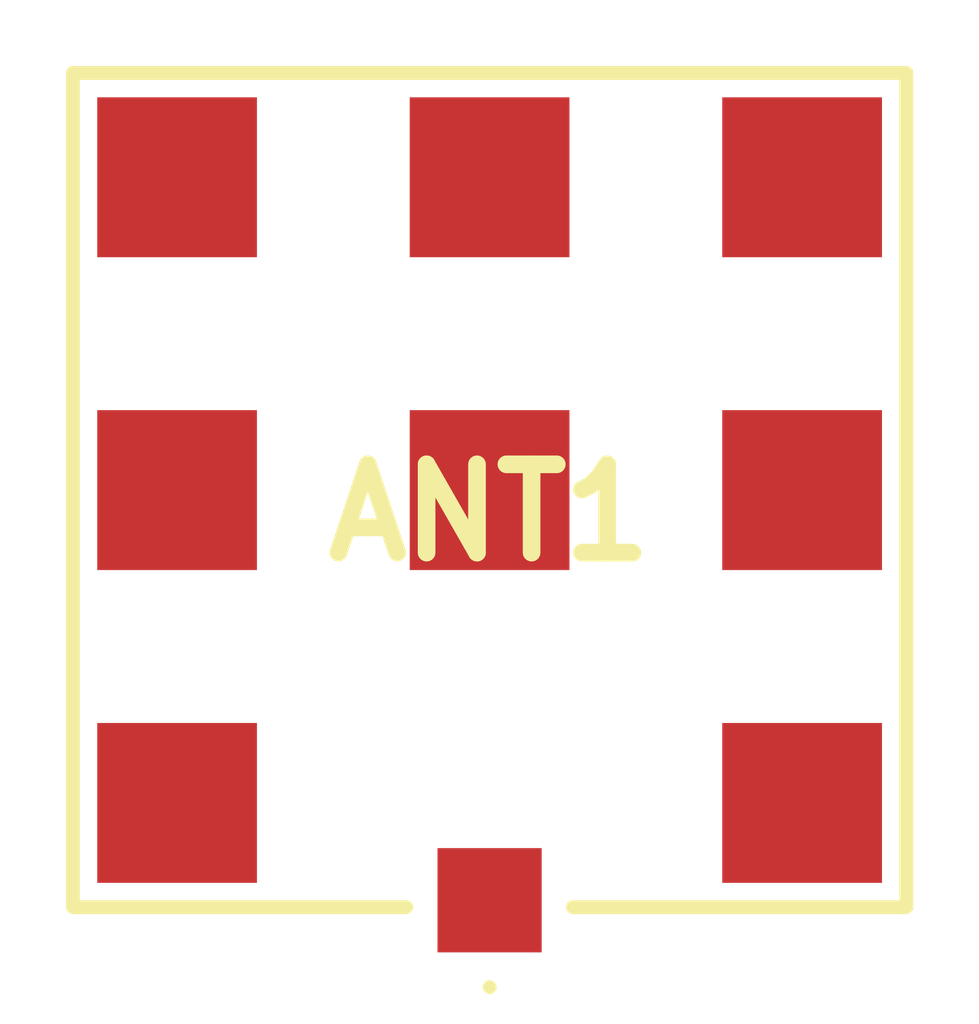
<source format=kicad_pcb>
(kicad_pcb (version 20240108) (generator "pcbnew") (generator_version "8.0")
  (layers (0 "F.Cu" signal) (31 "B.Cu" signal) (34 "B.Paste" user) (35 "F.Paste" user) (36 "B.SilkS" user "B.Silkscreen") (37 "F.SilkS" user "F.Silkscreen") (38 "B.Mask" user) (39 "F.Mask" user) (44 "Edge.Cuts" user))
  (net 0 "")
  (net 1 "GROUND")
  (net 2 "POWER")
  (footprint "GPS Footprint:SGGP124A02" (layer "F.Cu") (at 210 87)
    (property "Reference" "ANT1" (at 0 0.325 0) (layer "F.SilkS") (effects (font (size 1.27 1.27) (thickness 0.254))))
    (property "Value" "SGGP.12.4.A.02" (hide yes))
    (fp_line (start -6 -6) (end 6 -6) (stroke (width 0.2)) (layer "F.SilkS"))
    (fp_line (start -6 6) (end -6 -6) (stroke (width 0.2)) (layer "F.SilkS"))
    (fp_line (start -1.2 6) (end -6 6) (stroke (width 0.2)) (layer "F.SilkS"))
    (fp_line (start 0 7.1) (end 0 7.1) (stroke (width 0.1)) (layer "F.SilkS"))
    (fp_line (start 0 7.2) (end 0 7.2) (stroke (width 0.1)) (layer "F.SilkS"))
    (fp_line (start 6 -6) (end 6 6) (stroke (width 0.2)) (layer "F.SilkS"))
    (fp_line (start 6 6) (end 1.2 6) (stroke (width 0.2)) (layer "F.SilkS"))
    (fp_arc (start 0 7.1) (mid 0.05 7.15) (end 0 7.2) (stroke (width 0.1)) (layer "F.SilkS"))
    (fp_arc (start 0 7.2) (mid -0.05 7.15) (end 0 7.1) (stroke (width 0.1)) (layer "F.SilkS"))
    (pad "1" smd rect (at 0 5.9 90) (size 1.5 1.5) (layers "F.Cu" "F.Paste" "F.Mask") (net 2 "POWER"))
    (pad "2" smd rect (at -4.5 4.5 90) (size 2.3 2.3) (layers "F.Cu" "F.Paste" "F.Mask") (net 1 "GROUND"))
    (pad "3" smd rect (at 4.5 4.5 90) (size 2.3 2.3) (layers "F.Cu" "F.Paste" "F.Mask") (net 1 "GROUND"))
    (pad "4" smd rect (at -4.5 0 90) (size 2.3 2.3) (layers "F.Cu" "F.Paste" "F.Mask") (net 1 "GROUND"))
    (pad "5" smd rect (at 0 0 90) (size 2.3 2.3) (layers "F.Cu" "F.Paste" "F.Mask") (net 1 "GROUND"))
    (pad "6" smd rect (at 4.5 0 90) (size 2.3 2.3) (layers "F.Cu" "F.Paste" "F.Mask") (net 1 "GROUND"))
    (pad "7" smd rect (at -4.5 -4.5 90) (size 2.3 2.3) (layers "F.Cu" "F.Paste" "F.Mask") (net 1 "GROUND"))
    (pad "8" smd rect (at 0 -4.5 90) (size 2.3 2.3) (layers "F.Cu" "F.Paste" "F.Mask") (net 1 "GROUND"))
    (pad "9" smd rect (at 4.5 -4.5 90) (size 2.3 2.3) (layers "F.Cu" "F.Paste" "F.Mask") (net 1 "GROUND"))
  )
)
</source>
